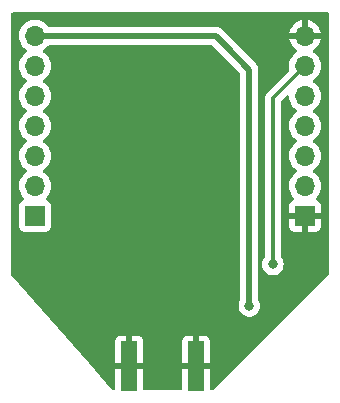
<source format=gbl>
G04 #@! TF.GenerationSoftware,KiCad,Pcbnew,6.0.7+dfsg-1build1*
G04 #@! TF.CreationDate,2022-12-04T12:15:17+01:00*
G04 #@! TF.ProjectId,rfm69w,72666d36-3977-42e6-9b69-6361645f7063,1*
G04 #@! TF.SameCoordinates,Original*
G04 #@! TF.FileFunction,Copper,L2,Bot*
G04 #@! TF.FilePolarity,Positive*
%FSLAX46Y46*%
G04 Gerber Fmt 4.6, Leading zero omitted, Abs format (unit mm)*
G04 Created by KiCad (PCBNEW 6.0.7+dfsg-1build1) date 2022-12-04 12:15:17*
%MOMM*%
%LPD*%
G01*
G04 APERTURE LIST*
G04 #@! TA.AperFunction,SMDPad,CuDef*
%ADD10R,1.350000X4.200000*%
G04 #@! TD*
G04 #@! TA.AperFunction,ComponentPad*
%ADD11R,1.700000X1.700000*%
G04 #@! TD*
G04 #@! TA.AperFunction,ComponentPad*
%ADD12O,1.700000X1.700000*%
G04 #@! TD*
G04 #@! TA.AperFunction,ViaPad*
%ADD13C,0.800000*%
G04 #@! TD*
G04 #@! TA.AperFunction,Conductor*
%ADD14C,0.300000*%
G04 #@! TD*
G04 #@! TA.AperFunction,Conductor*
%ADD15C,0.500000*%
G04 #@! TD*
G04 APERTURE END LIST*
D10*
X103190000Y-74950000D03*
X97540000Y-74950000D03*
D11*
X112430000Y-62215000D03*
D12*
X112430000Y-59675000D03*
X112430000Y-57135000D03*
X112430000Y-54595000D03*
X112430000Y-52055000D03*
X112430000Y-49515000D03*
X112430000Y-46975000D03*
D11*
X89570000Y-62215000D03*
D12*
X89570000Y-59675000D03*
X89570000Y-57135000D03*
X89570000Y-54595000D03*
X89570000Y-52055000D03*
X89570000Y-49515000D03*
X89570000Y-46975000D03*
D13*
X88300000Y-64815000D03*
X105445000Y-74975000D03*
X103540000Y-71800000D03*
X109890000Y-49575000D03*
X97190000Y-68625000D03*
X90840000Y-64815000D03*
X103540000Y-68625000D03*
X95285000Y-74975000D03*
X109710000Y-66315000D03*
X107710000Y-69815000D03*
D14*
X109710000Y-66315000D02*
X109710000Y-52235000D01*
X109710000Y-52235000D02*
X112430000Y-49515000D01*
D15*
X107710000Y-49815000D02*
X107710000Y-69815000D01*
X104870000Y-46975000D02*
X105710000Y-47815000D01*
X105710000Y-47815000D02*
X107710000Y-49815000D01*
X89570000Y-46975000D02*
X104870000Y-46975000D01*
G04 #@! TA.AperFunction,Conductor*
G36*
X114403621Y-44998502D02*
G01*
X114450114Y-45052158D01*
X114461500Y-45104500D01*
X114461500Y-67067183D01*
X114441498Y-67135304D01*
X114424595Y-67156278D01*
X104636278Y-76944595D01*
X104573966Y-76978621D01*
X104547183Y-76981500D01*
X104499000Y-76981500D01*
X104430879Y-76961498D01*
X104384386Y-76907842D01*
X104373000Y-76855500D01*
X104373000Y-75222115D01*
X104368525Y-75206876D01*
X104367135Y-75205671D01*
X104359452Y-75204000D01*
X102025116Y-75204000D01*
X102009877Y-75208475D01*
X102008672Y-75209865D01*
X102007001Y-75217548D01*
X102007001Y-76855500D01*
X101986999Y-76923621D01*
X101933343Y-76970114D01*
X101881001Y-76981500D01*
X98849000Y-76981500D01*
X98780879Y-76961498D01*
X98734386Y-76907842D01*
X98723000Y-76855500D01*
X98723000Y-75222115D01*
X98718525Y-75206876D01*
X98717135Y-75205671D01*
X98709452Y-75204000D01*
X96375116Y-75204000D01*
X96359877Y-75208475D01*
X96358672Y-75209865D01*
X96357001Y-75217548D01*
X96357001Y-76855500D01*
X96336999Y-76923621D01*
X96283343Y-76970114D01*
X96231001Y-76981500D01*
X96207916Y-76981500D01*
X96139795Y-76961498D01*
X96113091Y-76938472D01*
X96100097Y-76923621D01*
X94135078Y-74677885D01*
X96357000Y-74677885D01*
X96361475Y-74693124D01*
X96362865Y-74694329D01*
X96370548Y-74696000D01*
X97267885Y-74696000D01*
X97283124Y-74691525D01*
X97284329Y-74690135D01*
X97286000Y-74682452D01*
X97286000Y-74677885D01*
X97794000Y-74677885D01*
X97798475Y-74693124D01*
X97799865Y-74694329D01*
X97807548Y-74696000D01*
X98704884Y-74696000D01*
X98720123Y-74691525D01*
X98721328Y-74690135D01*
X98722999Y-74682452D01*
X98722999Y-74677885D01*
X102007000Y-74677885D01*
X102011475Y-74693124D01*
X102012865Y-74694329D01*
X102020548Y-74696000D01*
X102917885Y-74696000D01*
X102933124Y-74691525D01*
X102934329Y-74690135D01*
X102936000Y-74682452D01*
X102936000Y-74677885D01*
X103444000Y-74677885D01*
X103448475Y-74693124D01*
X103449865Y-74694329D01*
X103457548Y-74696000D01*
X104354884Y-74696000D01*
X104370123Y-74691525D01*
X104371328Y-74690135D01*
X104372999Y-74682452D01*
X104372999Y-72805331D01*
X104372629Y-72798510D01*
X104367105Y-72747648D01*
X104363479Y-72732396D01*
X104318324Y-72611946D01*
X104309786Y-72596351D01*
X104233285Y-72494276D01*
X104220724Y-72481715D01*
X104118649Y-72405214D01*
X104103054Y-72396676D01*
X103982606Y-72351522D01*
X103967351Y-72347895D01*
X103916486Y-72342369D01*
X103909672Y-72342000D01*
X103462115Y-72342000D01*
X103446876Y-72346475D01*
X103445671Y-72347865D01*
X103444000Y-72355548D01*
X103444000Y-74677885D01*
X102936000Y-74677885D01*
X102936000Y-72360116D01*
X102931525Y-72344877D01*
X102930135Y-72343672D01*
X102922452Y-72342001D01*
X102470331Y-72342001D01*
X102463510Y-72342371D01*
X102412648Y-72347895D01*
X102397396Y-72351521D01*
X102276946Y-72396676D01*
X102261351Y-72405214D01*
X102159276Y-72481715D01*
X102146715Y-72494276D01*
X102070214Y-72596351D01*
X102061676Y-72611946D01*
X102016522Y-72732394D01*
X102012895Y-72747649D01*
X102007369Y-72798514D01*
X102007000Y-72805328D01*
X102007000Y-74677885D01*
X98722999Y-74677885D01*
X98722999Y-72805331D01*
X98722629Y-72798510D01*
X98717105Y-72747648D01*
X98713479Y-72732396D01*
X98668324Y-72611946D01*
X98659786Y-72596351D01*
X98583285Y-72494276D01*
X98570724Y-72481715D01*
X98468649Y-72405214D01*
X98453054Y-72396676D01*
X98332606Y-72351522D01*
X98317351Y-72347895D01*
X98266486Y-72342369D01*
X98259672Y-72342000D01*
X97812115Y-72342000D01*
X97796876Y-72346475D01*
X97795671Y-72347865D01*
X97794000Y-72355548D01*
X97794000Y-74677885D01*
X97286000Y-74677885D01*
X97286000Y-72360116D01*
X97281525Y-72344877D01*
X97280135Y-72343672D01*
X97272452Y-72342001D01*
X96820331Y-72342001D01*
X96813510Y-72342371D01*
X96762648Y-72347895D01*
X96747396Y-72351521D01*
X96626946Y-72396676D01*
X96611351Y-72405214D01*
X96509276Y-72481715D01*
X96496715Y-72494276D01*
X96420214Y-72596351D01*
X96411676Y-72611946D01*
X96366522Y-72732394D01*
X96362895Y-72747649D01*
X96357369Y-72798514D01*
X96357000Y-72805328D01*
X96357000Y-74677885D01*
X94135078Y-74677885D01*
X87569675Y-67174567D01*
X87539871Y-67110130D01*
X87538500Y-67091596D01*
X87538500Y-59641695D01*
X88207251Y-59641695D01*
X88207548Y-59646848D01*
X88207548Y-59646851D01*
X88213011Y-59741590D01*
X88220110Y-59864715D01*
X88221247Y-59869761D01*
X88221248Y-59869767D01*
X88241119Y-59957939D01*
X88269222Y-60082639D01*
X88353266Y-60289616D01*
X88469987Y-60480088D01*
X88616250Y-60648938D01*
X88620230Y-60652242D01*
X88624981Y-60656187D01*
X88664616Y-60715090D01*
X88666113Y-60786071D01*
X88628997Y-60846593D01*
X88588725Y-60871112D01*
X88500095Y-60904338D01*
X88473295Y-60914385D01*
X88356739Y-61001739D01*
X88269385Y-61118295D01*
X88218255Y-61254684D01*
X88211500Y-61316866D01*
X88211500Y-63113134D01*
X88218255Y-63175316D01*
X88269385Y-63311705D01*
X88356739Y-63428261D01*
X88473295Y-63515615D01*
X88609684Y-63566745D01*
X88671866Y-63573500D01*
X90468134Y-63573500D01*
X90530316Y-63566745D01*
X90666705Y-63515615D01*
X90783261Y-63428261D01*
X90870615Y-63311705D01*
X90921745Y-63175316D01*
X90928500Y-63113134D01*
X90928500Y-61316866D01*
X90921745Y-61254684D01*
X90870615Y-61118295D01*
X90783261Y-61001739D01*
X90666705Y-60914385D01*
X90639905Y-60904338D01*
X90548203Y-60869960D01*
X90491439Y-60827318D01*
X90466739Y-60760756D01*
X90481947Y-60691408D01*
X90503493Y-60662727D01*
X90604435Y-60562137D01*
X90608096Y-60558489D01*
X90667594Y-60475689D01*
X90735435Y-60381277D01*
X90738453Y-60377077D01*
X90837430Y-60176811D01*
X90902370Y-59963069D01*
X90931529Y-59741590D01*
X90933156Y-59675000D01*
X90914852Y-59452361D01*
X90860431Y-59235702D01*
X90771354Y-59030840D01*
X90650014Y-58843277D01*
X90499670Y-58678051D01*
X90495619Y-58674852D01*
X90495615Y-58674848D01*
X90328414Y-58542800D01*
X90328410Y-58542798D01*
X90324359Y-58539598D01*
X90283053Y-58516796D01*
X90233084Y-58466364D01*
X90218312Y-58396921D01*
X90243428Y-58330516D01*
X90270780Y-58303909D01*
X90314603Y-58272650D01*
X90449860Y-58176173D01*
X90608096Y-58018489D01*
X90667594Y-57935689D01*
X90735435Y-57841277D01*
X90738453Y-57837077D01*
X90837430Y-57636811D01*
X90902370Y-57423069D01*
X90931529Y-57201590D01*
X90933156Y-57135000D01*
X90914852Y-56912361D01*
X90860431Y-56695702D01*
X90771354Y-56490840D01*
X90650014Y-56303277D01*
X90499670Y-56138051D01*
X90495619Y-56134852D01*
X90495615Y-56134848D01*
X90328414Y-56002800D01*
X90328410Y-56002798D01*
X90324359Y-55999598D01*
X90283053Y-55976796D01*
X90233084Y-55926364D01*
X90218312Y-55856921D01*
X90243428Y-55790516D01*
X90270780Y-55763909D01*
X90314603Y-55732650D01*
X90449860Y-55636173D01*
X90608096Y-55478489D01*
X90667594Y-55395689D01*
X90735435Y-55301277D01*
X90738453Y-55297077D01*
X90837430Y-55096811D01*
X90902370Y-54883069D01*
X90931529Y-54661590D01*
X90933156Y-54595000D01*
X90914852Y-54372361D01*
X90860431Y-54155702D01*
X90771354Y-53950840D01*
X90650014Y-53763277D01*
X90499670Y-53598051D01*
X90495619Y-53594852D01*
X90495615Y-53594848D01*
X90328414Y-53462800D01*
X90328410Y-53462798D01*
X90324359Y-53459598D01*
X90283053Y-53436796D01*
X90233084Y-53386364D01*
X90218312Y-53316921D01*
X90243428Y-53250516D01*
X90270780Y-53223909D01*
X90314603Y-53192650D01*
X90449860Y-53096173D01*
X90608096Y-52938489D01*
X90667594Y-52855689D01*
X90735435Y-52761277D01*
X90738453Y-52757077D01*
X90837430Y-52556811D01*
X90902370Y-52343069D01*
X90931529Y-52121590D01*
X90933156Y-52055000D01*
X90914852Y-51832361D01*
X90860431Y-51615702D01*
X90771354Y-51410840D01*
X90650014Y-51223277D01*
X90499670Y-51058051D01*
X90495619Y-51054852D01*
X90495615Y-51054848D01*
X90328414Y-50922800D01*
X90328410Y-50922798D01*
X90324359Y-50919598D01*
X90283053Y-50896796D01*
X90233084Y-50846364D01*
X90218312Y-50776921D01*
X90243428Y-50710516D01*
X90270780Y-50683909D01*
X90314603Y-50652650D01*
X90449860Y-50556173D01*
X90608096Y-50398489D01*
X90667594Y-50315689D01*
X90735435Y-50221277D01*
X90738453Y-50217077D01*
X90837430Y-50016811D01*
X90902370Y-49803069D01*
X90931529Y-49581590D01*
X90931795Y-49570706D01*
X90933074Y-49518365D01*
X90933074Y-49518361D01*
X90933156Y-49515000D01*
X90914852Y-49292361D01*
X90860431Y-49075702D01*
X90771354Y-48870840D01*
X90650014Y-48683277D01*
X90499670Y-48518051D01*
X90495619Y-48514852D01*
X90495615Y-48514848D01*
X90328414Y-48382800D01*
X90328410Y-48382798D01*
X90324359Y-48379598D01*
X90283053Y-48356796D01*
X90233084Y-48306364D01*
X90218312Y-48236921D01*
X90243428Y-48170516D01*
X90270780Y-48143909D01*
X90314603Y-48112650D01*
X90449860Y-48016173D01*
X90608096Y-47858489D01*
X90660203Y-47785974D01*
X90716198Y-47742326D01*
X90762526Y-47733500D01*
X104503629Y-47733500D01*
X104571750Y-47753502D01*
X104592724Y-47770405D01*
X106914595Y-50092276D01*
X106948621Y-50154588D01*
X106951500Y-50181371D01*
X106951500Y-69278001D01*
X106934619Y-69341000D01*
X106875473Y-69443444D01*
X106816458Y-69625072D01*
X106796496Y-69815000D01*
X106816458Y-70004928D01*
X106875473Y-70186556D01*
X106970960Y-70351944D01*
X107098747Y-70493866D01*
X107253248Y-70606118D01*
X107259276Y-70608802D01*
X107259278Y-70608803D01*
X107421681Y-70681109D01*
X107427712Y-70683794D01*
X107521112Y-70703647D01*
X107608056Y-70722128D01*
X107608061Y-70722128D01*
X107614513Y-70723500D01*
X107805487Y-70723500D01*
X107811939Y-70722128D01*
X107811944Y-70722128D01*
X107898888Y-70703647D01*
X107992288Y-70683794D01*
X107998319Y-70681109D01*
X108160722Y-70608803D01*
X108160724Y-70608802D01*
X108166752Y-70606118D01*
X108321253Y-70493866D01*
X108449040Y-70351944D01*
X108544527Y-70186556D01*
X108603542Y-70004928D01*
X108623504Y-69815000D01*
X108603542Y-69625072D01*
X108544527Y-69443444D01*
X108485381Y-69341000D01*
X108468500Y-69278001D01*
X108468500Y-66315000D01*
X108796496Y-66315000D01*
X108816458Y-66504928D01*
X108875473Y-66686556D01*
X108970960Y-66851944D01*
X109098747Y-66993866D01*
X109253248Y-67106118D01*
X109259276Y-67108802D01*
X109259278Y-67108803D01*
X109406990Y-67174568D01*
X109427712Y-67183794D01*
X109521112Y-67203647D01*
X109608056Y-67222128D01*
X109608061Y-67222128D01*
X109614513Y-67223500D01*
X109805487Y-67223500D01*
X109811939Y-67222128D01*
X109811944Y-67222128D01*
X109898888Y-67203647D01*
X109992288Y-67183794D01*
X110013010Y-67174568D01*
X110160722Y-67108803D01*
X110160724Y-67108802D01*
X110166752Y-67106118D01*
X110321253Y-66993866D01*
X110449040Y-66851944D01*
X110544527Y-66686556D01*
X110603542Y-66504928D01*
X110623504Y-66315000D01*
X110603542Y-66125072D01*
X110544527Y-65943444D01*
X110449040Y-65778056D01*
X110400864Y-65724551D01*
X110370146Y-65660544D01*
X110368500Y-65640241D01*
X110368500Y-63109669D01*
X111072001Y-63109669D01*
X111072371Y-63116490D01*
X111077895Y-63167352D01*
X111081521Y-63182604D01*
X111126676Y-63303054D01*
X111135214Y-63318649D01*
X111211715Y-63420724D01*
X111224276Y-63433285D01*
X111326351Y-63509786D01*
X111341946Y-63518324D01*
X111462394Y-63563478D01*
X111477649Y-63567105D01*
X111528514Y-63572631D01*
X111535328Y-63573000D01*
X112157885Y-63573000D01*
X112173124Y-63568525D01*
X112174329Y-63567135D01*
X112176000Y-63559452D01*
X112176000Y-63554884D01*
X112684000Y-63554884D01*
X112688475Y-63570123D01*
X112689865Y-63571328D01*
X112697548Y-63572999D01*
X113324669Y-63572999D01*
X113331490Y-63572629D01*
X113382352Y-63567105D01*
X113397604Y-63563479D01*
X113518054Y-63518324D01*
X113533649Y-63509786D01*
X113635724Y-63433285D01*
X113648285Y-63420724D01*
X113724786Y-63318649D01*
X113733324Y-63303054D01*
X113778478Y-63182606D01*
X113782105Y-63167351D01*
X113787631Y-63116486D01*
X113788000Y-63109672D01*
X113788000Y-62487115D01*
X113783525Y-62471876D01*
X113782135Y-62470671D01*
X113774452Y-62469000D01*
X112702115Y-62469000D01*
X112686876Y-62473475D01*
X112685671Y-62474865D01*
X112684000Y-62482548D01*
X112684000Y-63554884D01*
X112176000Y-63554884D01*
X112176000Y-62487115D01*
X112171525Y-62471876D01*
X112170135Y-62470671D01*
X112162452Y-62469000D01*
X111090116Y-62469000D01*
X111074877Y-62473475D01*
X111073672Y-62474865D01*
X111072001Y-62482548D01*
X111072001Y-63109669D01*
X110368500Y-63109669D01*
X110368500Y-52559950D01*
X110388502Y-52491829D01*
X110405405Y-52470855D01*
X110856947Y-52019313D01*
X110919259Y-51985287D01*
X110990074Y-51990352D01*
X111046910Y-52032899D01*
X111071832Y-52101154D01*
X111080110Y-52244715D01*
X111081247Y-52249761D01*
X111081248Y-52249767D01*
X111086258Y-52271996D01*
X111129222Y-52462639D01*
X111213266Y-52669616D01*
X111329987Y-52860088D01*
X111476250Y-53028938D01*
X111648126Y-53171632D01*
X111718595Y-53212811D01*
X111721445Y-53214476D01*
X111770169Y-53266114D01*
X111783240Y-53335897D01*
X111756509Y-53401669D01*
X111716055Y-53435027D01*
X111703607Y-53441507D01*
X111699474Y-53444610D01*
X111699471Y-53444612D01*
X111675247Y-53462800D01*
X111524965Y-53575635D01*
X111370629Y-53737138D01*
X111244743Y-53921680D01*
X111150688Y-54124305D01*
X111090989Y-54339570D01*
X111067251Y-54561695D01*
X111067548Y-54566848D01*
X111067548Y-54566851D01*
X111073011Y-54661590D01*
X111080110Y-54784715D01*
X111081247Y-54789761D01*
X111081248Y-54789767D01*
X111101119Y-54877939D01*
X111129222Y-55002639D01*
X111213266Y-55209616D01*
X111329987Y-55400088D01*
X111476250Y-55568938D01*
X111648126Y-55711632D01*
X111718595Y-55752811D01*
X111721445Y-55754476D01*
X111770169Y-55806114D01*
X111783240Y-55875897D01*
X111756509Y-55941669D01*
X111716055Y-55975027D01*
X111703607Y-55981507D01*
X111699474Y-55984610D01*
X111699471Y-55984612D01*
X111675247Y-56002800D01*
X111524965Y-56115635D01*
X111370629Y-56277138D01*
X111244743Y-56461680D01*
X111150688Y-56664305D01*
X111090989Y-56879570D01*
X111067251Y-57101695D01*
X111067548Y-57106848D01*
X111067548Y-57106851D01*
X111073011Y-57201590D01*
X111080110Y-57324715D01*
X111081247Y-57329761D01*
X111081248Y-57329767D01*
X111101119Y-57417939D01*
X111129222Y-57542639D01*
X111213266Y-57749616D01*
X111329987Y-57940088D01*
X111476250Y-58108938D01*
X111648126Y-58251632D01*
X111718595Y-58292811D01*
X111721445Y-58294476D01*
X111770169Y-58346114D01*
X111783240Y-58415897D01*
X111756509Y-58481669D01*
X111716055Y-58515027D01*
X111703607Y-58521507D01*
X111699474Y-58524610D01*
X111699471Y-58524612D01*
X111675247Y-58542800D01*
X111524965Y-58655635D01*
X111370629Y-58817138D01*
X111244743Y-59001680D01*
X111150688Y-59204305D01*
X111090989Y-59419570D01*
X111067251Y-59641695D01*
X111067548Y-59646848D01*
X111067548Y-59646851D01*
X111073011Y-59741590D01*
X111080110Y-59864715D01*
X111081247Y-59869761D01*
X111081248Y-59869767D01*
X111101119Y-59957939D01*
X111129222Y-60082639D01*
X111213266Y-60289616D01*
X111329987Y-60480088D01*
X111476250Y-60648938D01*
X111480225Y-60652238D01*
X111480231Y-60652244D01*
X111485425Y-60656556D01*
X111525059Y-60715460D01*
X111526555Y-60786441D01*
X111489439Y-60846962D01*
X111449168Y-60871480D01*
X111341946Y-60911676D01*
X111326351Y-60920214D01*
X111224276Y-60996715D01*
X111211715Y-61009276D01*
X111135214Y-61111351D01*
X111126676Y-61126946D01*
X111081522Y-61247394D01*
X111077895Y-61262649D01*
X111072369Y-61313514D01*
X111072000Y-61320328D01*
X111072000Y-61942885D01*
X111076475Y-61958124D01*
X111077865Y-61959329D01*
X111085548Y-61961000D01*
X113769884Y-61961000D01*
X113785123Y-61956525D01*
X113786328Y-61955135D01*
X113787999Y-61947452D01*
X113787999Y-61320331D01*
X113787629Y-61313510D01*
X113782105Y-61262648D01*
X113778479Y-61247396D01*
X113733324Y-61126946D01*
X113724786Y-61111351D01*
X113648285Y-61009276D01*
X113635724Y-60996715D01*
X113533649Y-60920214D01*
X113518054Y-60911676D01*
X113407813Y-60870348D01*
X113351049Y-60827706D01*
X113326349Y-60761145D01*
X113341557Y-60691796D01*
X113363104Y-60663115D01*
X113464430Y-60562144D01*
X113464440Y-60562132D01*
X113468096Y-60558489D01*
X113527594Y-60475689D01*
X113595435Y-60381277D01*
X113598453Y-60377077D01*
X113697430Y-60176811D01*
X113762370Y-59963069D01*
X113791529Y-59741590D01*
X113793156Y-59675000D01*
X113774852Y-59452361D01*
X113720431Y-59235702D01*
X113631354Y-59030840D01*
X113510014Y-58843277D01*
X113359670Y-58678051D01*
X113355619Y-58674852D01*
X113355615Y-58674848D01*
X113188414Y-58542800D01*
X113188410Y-58542798D01*
X113184359Y-58539598D01*
X113143053Y-58516796D01*
X113093084Y-58466364D01*
X113078312Y-58396921D01*
X113103428Y-58330516D01*
X113130780Y-58303909D01*
X113174603Y-58272650D01*
X113309860Y-58176173D01*
X113468096Y-58018489D01*
X113527594Y-57935689D01*
X113595435Y-57841277D01*
X113598453Y-57837077D01*
X113697430Y-57636811D01*
X113762370Y-57423069D01*
X113791529Y-57201590D01*
X113793156Y-57135000D01*
X113774852Y-56912361D01*
X113720431Y-56695702D01*
X113631354Y-56490840D01*
X113510014Y-56303277D01*
X113359670Y-56138051D01*
X113355619Y-56134852D01*
X113355615Y-56134848D01*
X113188414Y-56002800D01*
X113188410Y-56002798D01*
X113184359Y-55999598D01*
X113143053Y-55976796D01*
X113093084Y-55926364D01*
X113078312Y-55856921D01*
X113103428Y-55790516D01*
X113130780Y-55763909D01*
X113174603Y-55732650D01*
X113309860Y-55636173D01*
X113468096Y-55478489D01*
X113527594Y-55395689D01*
X113595435Y-55301277D01*
X113598453Y-55297077D01*
X113697430Y-55096811D01*
X113762370Y-54883069D01*
X113791529Y-54661590D01*
X113793156Y-54595000D01*
X113774852Y-54372361D01*
X113720431Y-54155702D01*
X113631354Y-53950840D01*
X113510014Y-53763277D01*
X113359670Y-53598051D01*
X113355619Y-53594852D01*
X113355615Y-53594848D01*
X113188414Y-53462800D01*
X113188410Y-53462798D01*
X113184359Y-53459598D01*
X113143053Y-53436796D01*
X113093084Y-53386364D01*
X113078312Y-53316921D01*
X113103428Y-53250516D01*
X113130780Y-53223909D01*
X113174603Y-53192650D01*
X113309860Y-53096173D01*
X113468096Y-52938489D01*
X113527594Y-52855689D01*
X113595435Y-52761277D01*
X113598453Y-52757077D01*
X113697430Y-52556811D01*
X113762370Y-52343069D01*
X113791529Y-52121590D01*
X113793156Y-52055000D01*
X113774852Y-51832361D01*
X113720431Y-51615702D01*
X113631354Y-51410840D01*
X113510014Y-51223277D01*
X113359670Y-51058051D01*
X113355619Y-51054852D01*
X113355615Y-51054848D01*
X113188414Y-50922800D01*
X113188410Y-50922798D01*
X113184359Y-50919598D01*
X113143053Y-50896796D01*
X113093084Y-50846364D01*
X113078312Y-50776921D01*
X113103428Y-50710516D01*
X113130780Y-50683909D01*
X113174603Y-50652650D01*
X113309860Y-50556173D01*
X113468096Y-50398489D01*
X113527594Y-50315689D01*
X113595435Y-50221277D01*
X113598453Y-50217077D01*
X113697430Y-50016811D01*
X113762370Y-49803069D01*
X113791529Y-49581590D01*
X113791795Y-49570706D01*
X113793074Y-49518365D01*
X113793074Y-49518361D01*
X113793156Y-49515000D01*
X113774852Y-49292361D01*
X113720431Y-49075702D01*
X113631354Y-48870840D01*
X113510014Y-48683277D01*
X113359670Y-48518051D01*
X113355619Y-48514852D01*
X113355615Y-48514848D01*
X113188414Y-48382800D01*
X113188410Y-48382798D01*
X113184359Y-48379598D01*
X113142569Y-48356529D01*
X113092598Y-48306097D01*
X113077826Y-48236654D01*
X113102942Y-48170248D01*
X113130294Y-48143641D01*
X113305328Y-48018792D01*
X113313200Y-48012139D01*
X113464052Y-47861812D01*
X113470730Y-47853965D01*
X113595003Y-47681020D01*
X113600313Y-47672183D01*
X113694670Y-47481267D01*
X113698469Y-47471672D01*
X113760377Y-47267910D01*
X113762555Y-47257837D01*
X113763986Y-47246962D01*
X113761775Y-47232778D01*
X113748617Y-47229000D01*
X111113225Y-47229000D01*
X111099694Y-47232973D01*
X111098257Y-47242966D01*
X111128565Y-47377446D01*
X111131645Y-47387275D01*
X111211770Y-47584603D01*
X111216413Y-47593794D01*
X111327694Y-47775388D01*
X111333777Y-47783699D01*
X111473213Y-47944667D01*
X111480580Y-47951883D01*
X111644434Y-48087916D01*
X111652881Y-48093831D01*
X111721969Y-48134203D01*
X111770693Y-48185842D01*
X111783764Y-48255625D01*
X111757033Y-48321396D01*
X111716584Y-48354752D01*
X111703607Y-48361507D01*
X111699474Y-48364610D01*
X111699471Y-48364612D01*
X111675247Y-48382800D01*
X111524965Y-48495635D01*
X111370629Y-48657138D01*
X111244743Y-48841680D01*
X111150688Y-49044305D01*
X111090989Y-49259570D01*
X111067251Y-49481695D01*
X111067548Y-49486848D01*
X111067548Y-49486851D01*
X111077841Y-49665363D01*
X111080110Y-49704715D01*
X111081247Y-49709762D01*
X111081248Y-49709766D01*
X111087638Y-49738118D01*
X111102276Y-49803069D01*
X111106951Y-49823815D01*
X111102415Y-49894666D01*
X111073129Y-49940611D01*
X109302395Y-51711345D01*
X109293615Y-51719335D01*
X109293613Y-51719337D01*
X109286920Y-51723584D01*
X109281494Y-51729362D01*
X109281493Y-51729363D01*
X109238396Y-51775257D01*
X109235641Y-51778099D01*
X109215073Y-51798667D01*
X109212356Y-51802170D01*
X109204648Y-51811195D01*
X109173028Y-51844867D01*
X109169207Y-51851818D01*
X109169206Y-51851819D01*
X109162697Y-51863658D01*
X109151843Y-51880182D01*
X109144018Y-51890271D01*
X109138696Y-51897132D01*
X109135549Y-51904404D01*
X109135548Y-51904406D01*
X109120346Y-51939535D01*
X109115124Y-51950195D01*
X109092876Y-51990663D01*
X109087541Y-52011441D01*
X109081142Y-52030131D01*
X109072620Y-52049824D01*
X109065687Y-52093596D01*
X109065394Y-52095448D01*
X109062987Y-52107071D01*
X109058408Y-52124908D01*
X109051500Y-52151812D01*
X109051500Y-52173259D01*
X109049949Y-52192969D01*
X109046594Y-52214152D01*
X109048995Y-52239547D01*
X109050941Y-52260138D01*
X109051500Y-52271996D01*
X109051500Y-65640241D01*
X109031498Y-65708362D01*
X109019136Y-65724551D01*
X108970960Y-65778056D01*
X108875473Y-65943444D01*
X108816458Y-66125072D01*
X108796496Y-66315000D01*
X108468500Y-66315000D01*
X108468500Y-49882069D01*
X108469933Y-49863118D01*
X108472099Y-49848883D01*
X108472099Y-49848881D01*
X108473199Y-49841651D01*
X108471749Y-49823815D01*
X108468915Y-49788982D01*
X108468500Y-49778767D01*
X108468500Y-49770707D01*
X108465211Y-49742493D01*
X108464778Y-49738118D01*
X108459454Y-49672661D01*
X108459453Y-49672658D01*
X108458860Y-49665363D01*
X108456604Y-49658399D01*
X108455413Y-49652440D01*
X108454029Y-49646585D01*
X108453182Y-49639319D01*
X108428265Y-49570673D01*
X108426848Y-49566545D01*
X108406607Y-49504064D01*
X108406606Y-49504062D01*
X108404351Y-49497101D01*
X108400555Y-49490846D01*
X108398049Y-49485372D01*
X108395330Y-49479942D01*
X108392833Y-49473063D01*
X108352814Y-49412024D01*
X108350467Y-49408305D01*
X108312595Y-49345893D01*
X108305197Y-49337516D01*
X108305224Y-49337492D01*
X108302571Y-49334500D01*
X108299868Y-49331267D01*
X108295856Y-49325148D01*
X108239617Y-49271872D01*
X108237175Y-49269494D01*
X105676864Y-46709183D01*
X111094389Y-46709183D01*
X111095912Y-46717607D01*
X111108292Y-46721000D01*
X112157885Y-46721000D01*
X112173124Y-46716525D01*
X112174329Y-46715135D01*
X112176000Y-46707452D01*
X112176000Y-46702885D01*
X112684000Y-46702885D01*
X112688475Y-46718124D01*
X112689865Y-46719329D01*
X112697548Y-46721000D01*
X113748344Y-46721000D01*
X113761875Y-46717027D01*
X113763180Y-46707947D01*
X113721214Y-46540875D01*
X113717894Y-46531124D01*
X113632972Y-46335814D01*
X113628105Y-46326739D01*
X113512426Y-46147926D01*
X113506136Y-46139757D01*
X113362806Y-45982240D01*
X113355273Y-45975215D01*
X113188139Y-45843222D01*
X113179552Y-45837517D01*
X112993117Y-45734599D01*
X112983705Y-45730369D01*
X112782959Y-45659280D01*
X112772988Y-45656646D01*
X112701837Y-45643972D01*
X112688540Y-45645432D01*
X112684000Y-45659989D01*
X112684000Y-46702885D01*
X112176000Y-46702885D01*
X112176000Y-45658102D01*
X112172082Y-45644758D01*
X112157806Y-45642771D01*
X112119324Y-45648660D01*
X112109288Y-45651051D01*
X111906868Y-45717212D01*
X111897359Y-45721209D01*
X111708463Y-45819542D01*
X111699738Y-45825036D01*
X111529433Y-45952905D01*
X111521726Y-45959748D01*
X111374590Y-46113717D01*
X111368104Y-46121727D01*
X111248098Y-46297649D01*
X111243000Y-46306623D01*
X111153338Y-46499783D01*
X111149775Y-46509470D01*
X111094389Y-46709183D01*
X105676864Y-46709183D01*
X105453770Y-46486089D01*
X105441384Y-46471677D01*
X105432851Y-46460082D01*
X105432846Y-46460077D01*
X105428508Y-46454182D01*
X105422930Y-46449443D01*
X105422927Y-46449440D01*
X105388232Y-46419965D01*
X105380716Y-46413035D01*
X105375021Y-46407340D01*
X105368880Y-46402482D01*
X105352749Y-46389719D01*
X105349345Y-46386928D01*
X105299297Y-46344409D01*
X105299295Y-46344408D01*
X105293715Y-46339667D01*
X105287199Y-46336339D01*
X105282150Y-46332972D01*
X105277021Y-46329805D01*
X105271284Y-46325266D01*
X105205125Y-46294345D01*
X105201225Y-46292439D01*
X105136192Y-46259231D01*
X105129084Y-46257492D01*
X105123441Y-46255393D01*
X105117678Y-46253476D01*
X105111050Y-46250378D01*
X105039583Y-46235513D01*
X105035299Y-46234543D01*
X104964390Y-46217192D01*
X104958788Y-46216844D01*
X104958785Y-46216844D01*
X104953236Y-46216500D01*
X104953238Y-46216464D01*
X104949245Y-46216225D01*
X104945053Y-46215851D01*
X104937885Y-46214360D01*
X104871675Y-46216151D01*
X104860479Y-46216454D01*
X104857072Y-46216500D01*
X90765939Y-46216500D01*
X90697818Y-46196498D01*
X90660147Y-46158941D01*
X90653022Y-46147926D01*
X90650014Y-46143277D01*
X90499670Y-45978051D01*
X90495619Y-45974852D01*
X90495615Y-45974848D01*
X90328414Y-45842800D01*
X90328410Y-45842798D01*
X90324359Y-45839598D01*
X90288028Y-45819542D01*
X90272136Y-45810769D01*
X90128789Y-45731638D01*
X90123920Y-45729914D01*
X90123916Y-45729912D01*
X89923087Y-45658795D01*
X89923083Y-45658794D01*
X89918212Y-45657069D01*
X89913119Y-45656162D01*
X89913116Y-45656161D01*
X89703373Y-45618800D01*
X89703367Y-45618799D01*
X89698284Y-45617894D01*
X89624452Y-45616992D01*
X89480081Y-45615228D01*
X89480079Y-45615228D01*
X89474911Y-45615165D01*
X89254091Y-45648955D01*
X89041756Y-45718357D01*
X88843607Y-45821507D01*
X88839474Y-45824610D01*
X88839471Y-45824612D01*
X88815247Y-45842800D01*
X88664965Y-45955635D01*
X88510629Y-46117138D01*
X88507715Y-46121410D01*
X88507714Y-46121411D01*
X88495404Y-46139457D01*
X88384743Y-46301680D01*
X88373795Y-46325266D01*
X88299144Y-46486089D01*
X88290688Y-46504305D01*
X88230989Y-46719570D01*
X88207251Y-46941695D01*
X88220110Y-47164715D01*
X88221247Y-47169761D01*
X88221248Y-47169767D01*
X88234597Y-47229000D01*
X88269222Y-47382639D01*
X88353266Y-47589616D01*
X88469987Y-47780088D01*
X88616250Y-47948938D01*
X88788126Y-48091632D01*
X88858595Y-48132811D01*
X88861445Y-48134476D01*
X88910169Y-48186114D01*
X88923240Y-48255897D01*
X88896509Y-48321669D01*
X88856055Y-48355027D01*
X88843607Y-48361507D01*
X88839474Y-48364610D01*
X88839471Y-48364612D01*
X88815247Y-48382800D01*
X88664965Y-48495635D01*
X88510629Y-48657138D01*
X88384743Y-48841680D01*
X88290688Y-49044305D01*
X88230989Y-49259570D01*
X88207251Y-49481695D01*
X88207548Y-49486848D01*
X88207548Y-49486851D01*
X88217841Y-49665363D01*
X88220110Y-49704715D01*
X88221247Y-49709761D01*
X88221248Y-49709767D01*
X88237951Y-49783880D01*
X88269222Y-49922639D01*
X88353266Y-50129616D01*
X88469987Y-50320088D01*
X88616250Y-50488938D01*
X88788126Y-50631632D01*
X88858595Y-50672811D01*
X88861445Y-50674476D01*
X88910169Y-50726114D01*
X88923240Y-50795897D01*
X88896509Y-50861669D01*
X88856055Y-50895027D01*
X88843607Y-50901507D01*
X88839474Y-50904610D01*
X88839471Y-50904612D01*
X88815247Y-50922800D01*
X88664965Y-51035635D01*
X88510629Y-51197138D01*
X88384743Y-51381680D01*
X88290688Y-51584305D01*
X88230989Y-51799570D01*
X88207251Y-52021695D01*
X88207548Y-52026848D01*
X88207548Y-52026851D01*
X88215990Y-52173259D01*
X88220110Y-52244715D01*
X88221247Y-52249761D01*
X88221248Y-52249767D01*
X88226258Y-52271996D01*
X88269222Y-52462639D01*
X88353266Y-52669616D01*
X88469987Y-52860088D01*
X88616250Y-53028938D01*
X88788126Y-53171632D01*
X88858595Y-53212811D01*
X88861445Y-53214476D01*
X88910169Y-53266114D01*
X88923240Y-53335897D01*
X88896509Y-53401669D01*
X88856055Y-53435027D01*
X88843607Y-53441507D01*
X88839474Y-53444610D01*
X88839471Y-53444612D01*
X88815247Y-53462800D01*
X88664965Y-53575635D01*
X88510629Y-53737138D01*
X88384743Y-53921680D01*
X88290688Y-54124305D01*
X88230989Y-54339570D01*
X88207251Y-54561695D01*
X88207548Y-54566848D01*
X88207548Y-54566851D01*
X88213011Y-54661590D01*
X88220110Y-54784715D01*
X88221247Y-54789761D01*
X88221248Y-54789767D01*
X88241119Y-54877939D01*
X88269222Y-55002639D01*
X88353266Y-55209616D01*
X88469987Y-55400088D01*
X88616250Y-55568938D01*
X88788126Y-55711632D01*
X88858595Y-55752811D01*
X88861445Y-55754476D01*
X88910169Y-55806114D01*
X88923240Y-55875897D01*
X88896509Y-55941669D01*
X88856055Y-55975027D01*
X88843607Y-55981507D01*
X88839474Y-55984610D01*
X88839471Y-55984612D01*
X88815247Y-56002800D01*
X88664965Y-56115635D01*
X88510629Y-56277138D01*
X88384743Y-56461680D01*
X88290688Y-56664305D01*
X88230989Y-56879570D01*
X88207251Y-57101695D01*
X88207548Y-57106848D01*
X88207548Y-57106851D01*
X88213011Y-57201590D01*
X88220110Y-57324715D01*
X88221247Y-57329761D01*
X88221248Y-57329767D01*
X88241119Y-57417939D01*
X88269222Y-57542639D01*
X88353266Y-57749616D01*
X88469987Y-57940088D01*
X88616250Y-58108938D01*
X88788126Y-58251632D01*
X88858595Y-58292811D01*
X88861445Y-58294476D01*
X88910169Y-58346114D01*
X88923240Y-58415897D01*
X88896509Y-58481669D01*
X88856055Y-58515027D01*
X88843607Y-58521507D01*
X88839474Y-58524610D01*
X88839471Y-58524612D01*
X88815247Y-58542800D01*
X88664965Y-58655635D01*
X88510629Y-58817138D01*
X88384743Y-59001680D01*
X88290688Y-59204305D01*
X88230989Y-59419570D01*
X88207251Y-59641695D01*
X87538500Y-59641695D01*
X87538500Y-45104500D01*
X87558502Y-45036379D01*
X87612158Y-44989886D01*
X87664500Y-44978500D01*
X114335500Y-44978500D01*
X114403621Y-44998502D01*
G37*
G04 #@! TD.AperFunction*
M02*

</source>
